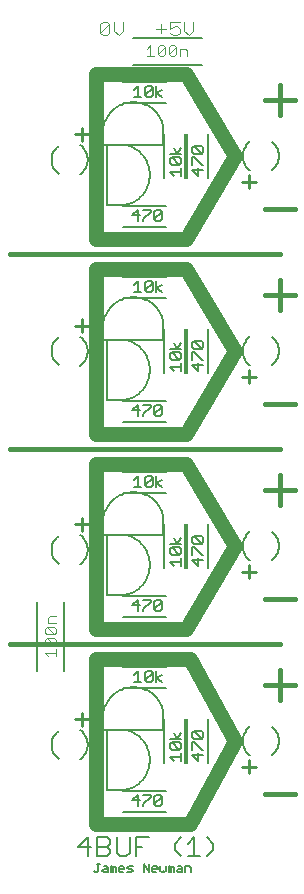
<source format=gto>
G04 Output by ViewMate Deluxe V11.0.9  PentaLogix LLC*
G04 Wed Apr 16 07:32:27 2014*
%FSLAX33Y33*%
%MOMM*%
%IPPOS*%
%ADD15C,0.127*%
%ADD17C,0.254*%
%ADD105C,0.4064*%
%ADD106C,0.1016*%
%ADD107C,0.1524*%
%ADD109C,1.27*%

%LPD*%
X0Y0D2*D15*G1X12835Y8095D2*X12835Y7938D1*X17148Y46639D2*X17775Y46639D1*X17148Y47267D2*X17775Y47267D1*X17932Y47109*X17932Y46797*X17775Y46639*X17148Y47267*X16993Y47109*X16993Y46797*X17148Y46639*X17932Y45237D2*X16993Y45237D1*X17775Y45705D2*X17932Y45705D1*X16993Y45237D2*X17462Y44768D1*X16993Y45705D2*X16993Y46330D1*X17148Y46330*X17775Y45705*X17462Y44768D2*X17462Y45395D1*X17775Y29195D2*X17932Y29195D1*X17148Y30129D2*X17775Y30129D1*X17148Y30757D2*X17775Y30757D1*X17932Y30599*X17932Y30287*X17775Y30129*X17148Y30757*X16993Y30599*X16993Y30287*X17148Y30129*X17932Y28727D2*X16993Y28727D1*X17462Y28258*X16993Y29195D2*X16993Y29820D1*X17148Y29820*X17775Y29195*X17462Y28258D2*X17462Y28885D1*X17148Y14247D2*X16993Y14089D1*X16993Y13777*X17148Y13619*X17775Y13619*X17932Y13777*X17932Y14089*X17775Y14247*X17148Y14247*X17775Y13619*X17932Y12685D2*X17775Y12685D1*X16993Y12217D2*X17932Y12217D1*X16993Y12685D2*X16993Y13310D1*X17148Y13310*X17775Y12685*X17462Y12375D2*X17462Y11748D1*X16993Y12217*X13462Y8722D2*X13462Y8880D1*X12835Y8880*X12370Y7938D2*X12370Y8880D1*X11900Y8407*X12527Y8407*X13462Y8722D2*X12835Y8095D1*X13772Y8095D2*X13772Y8722D1*X13927Y8880*X14242Y8880*X14399Y8722D2*X14399Y8095D1*X14242Y7938*X13927Y7938*X13772Y8095*X14399Y8722*X14242Y8880*X15400Y11748D2*X15088Y12062D1*X16027Y12062*X16027Y12375D2*X16027Y11748D1*X15870Y12685D2*X16027Y12840D1*X16027Y13155*X15870Y13310*X15243Y13310*X15870Y12685*X15243Y12685*X15088Y12840*X15088Y13155*X15243Y13310*X16027Y13619D2*X15088Y13619D1*X16027Y14089D2*X15715Y13619D1*X15400Y14089*X14397Y18415D2*X13927Y18730D1*X14397Y19042*X13927Y19357D2*X13927Y18415D1*X13462Y19357D2*X13619Y19200D1*X12055Y19042D2*X12370Y19357D1*X12370Y18415*X12682Y18415D2*X12055Y18415D1*X12992Y18572D2*X13147Y18415D1*X13462Y18415*X13619Y18572*X13619Y19200*X12992Y18572*X12992Y19200*X13147Y19357*X13462Y19357*X13462Y25232D2*X12835Y24605D1*X12835Y24448*X12370Y24448D2*X12370Y25390D1*X11900Y24917*X12527Y24917*X12835Y25390D2*X13462Y25390D1*X13462Y25232*X13772Y24605D2*X13772Y25232D1*X13927Y25390*X14242Y25390*X14399Y25232D2*X14399Y24605D1*X14242Y24448*X13927Y24448*X13772Y24605*X14399Y25232*X14242Y25390*X15400Y28258D2*X15088Y28572D1*X16027Y28572*X16027Y28885D2*X16027Y28258D1*X15870Y29195D2*X16027Y29350D1*X16027Y29665*X15870Y29820*X15243Y29820*X15870Y29195*X15243Y29195*X15088Y29350*X15088Y29665*X15243Y29820*X16027Y30129D2*X15088Y30129D1*X16027Y30599D2*X15715Y30129D1*X15400Y30599*X14397Y34925D2*X13927Y35240D1*X14397Y35552*X13927Y35867D2*X13927Y34925D1*X13462Y35867D2*X13619Y35710D1*X12055Y35552D2*X12370Y35867D1*X12370Y34925*X12682Y34925D2*X12055Y34925D1*X12992Y35082D2*X13147Y34925D1*X13462Y34925*X13619Y35082*X13619Y35710*X12992Y35082*X12992Y35710*X13147Y35867*X13462Y35867*X13462Y41742D2*X12835Y41115D1*X12835Y40958*X12370Y40958D2*X12370Y41900D1*X11900Y41427*X12527Y41427*X12835Y41900D2*X13462Y41900D1*X13462Y41742*X13772Y41115D2*X13772Y41742D1*X13927Y41900*X14242Y41900*X14399Y41742D2*X14399Y41115D1*X14242Y40958*X13927Y40958*X13772Y41115*X14399Y41742*X14242Y41900*X15400Y44768D2*X15088Y45082D1*X16027Y45082*X16027Y45395D2*X16027Y44768D1*X15870Y45705D2*X16027Y45860D1*X16027Y46175*X15870Y46330*X15243Y46330*X15870Y45705*X15243Y45705*X15088Y45860*X15088Y46175*X15243Y46330*X16027Y46639D2*X15088Y46639D1*X16027Y47109D2*X15715Y46639D1*X15400Y47109*X14397Y51435D2*X13927Y51750D1*X14397Y52062*X13927Y52377D2*X13927Y51435D1*X13619Y52220D2*X13462Y52377D1*X13147Y52377*X12992Y52220*X12992Y51592*X13147Y51435*X13462Y51435*X13619Y51592*X13619Y52220*X12992Y51592*X12682Y51435D2*X12055Y51435D1*X12370Y51435D2*X12370Y52377D1*X12055Y52062*X12055Y68572D2*X12370Y68887D1*X12370Y67945*X12682Y67945D2*X12055Y67945D1*X12992Y68102D2*X12992Y68730D1*X13147Y68887*X13462Y68887*X13619Y68730*X13619Y68102D2*X13462Y67945D1*X13147Y67945*X12992Y68102*X13619Y68730*X13619Y68102*X13927Y68887D2*X13927Y67945D1*X14397Y68572D2*X13927Y68260D1*X14397Y67945*X16993Y62215D2*X16993Y62840D1*X17148Y62840*X17462Y61905D2*X17462Y61278D1*X16993Y61747*X17932Y61747*X17932Y62215D2*X17775Y62215D1*X17148Y62840*X17775Y63149D2*X17148Y63149D1*X16993Y63307*X16993Y63619*X17148Y63777D2*X17775Y63777D1*X17932Y63619*X17932Y63307*X17775Y63149*X17148Y63777*X16993Y63619*X15400Y63619D2*X15715Y63149D1*X16027Y63619*X15088Y63149D2*X16027Y63149D1*X15243Y62840D2*X15088Y62685D1*X15088Y62370*X15243Y62215*X15870Y62215*X16027Y62370*X16027Y62685*X15870Y62840*X15243Y62840*X15870Y62215*X16027Y61905D2*X16027Y61278D1*X16027Y61592D2*X15088Y61592D1*X15400Y61278*X14399Y58252D2*X14242Y58410D1*X13927Y58410*X13772Y58252*X13772Y57625*X13927Y57468*X14242Y57468*X14399Y57625*X14399Y58252*X13772Y57625*X12370Y58410D2*X12370Y57468D1*X12835Y58410D2*X13462Y58410D1*X13462Y58252*X12835Y57625*X12835Y57468*X12527Y57937D2*X11900Y57937D1*X12370Y58410*X8900Y3043D2*X9135Y3043D1*X9018Y3043D2*X9018Y2462D1*X8900Y2345*X8786Y2345*X8668Y2462*X9370Y2462D2*X9488Y2580D1*X9837Y2580*X9837Y2694D2*X9837Y2345D1*X9488Y2345*X9370Y2462*X9488Y2812D2*X9719Y2812D1*X9837Y2694*X10072Y2812D2*X10189Y2812D1*X10304Y2694*X10421Y2812*X10538Y2694*X10538Y2345*X10304Y2345D2*X10304Y2694D1*X10072Y2812D2*X10072Y2345D1*X10773Y2462D2*X10773Y2694D1*X10891Y2812*X11123Y2812*X11240Y2694*X11240Y2580*X10773Y2580*X10773Y2462D2*X10891Y2345D1*X11123Y2345*X11475Y2345D2*X11824Y2345D1*X11942Y2462*X11824Y2580*X11593Y2580*X11475Y2694*X11593Y2812*X11942Y2812*X12878Y2345D2*X12878Y3043D1*X13345Y2345*X13345Y3043*X13580Y2462D2*X13580Y2694D1*X13698Y2812*X13929Y2812*X14047Y2694*X14047Y2580*X13580Y2580*X13580Y2462D2*X13698Y2345D1*X13929Y2345*X14282Y2462D2*X14399Y2345D1*X14514Y2462*X14631Y2345*X14749Y2462*X14749Y2812*X14983Y2812D2*X15101Y2812D1*X15215Y2694*X15333Y2812*X15450Y2694*X15450Y2345*X15215Y2345D2*X15215Y2694D1*X14983Y2812D2*X14983Y2345D1*X15685Y2462D2*X15803Y2580D1*X16152Y2580*X16152Y2694D2*X16152Y2345D1*X15803Y2345*X15685Y2462*X15803Y2812D2*X16034Y2812D1*X16152Y2694*X16387Y2812D2*X16736Y2812D1*X16854Y2694*X16387Y2345D2*X16387Y2812D1*X14282Y2812D2*X14282Y2462D1*X16854Y2694D2*X16854Y2345D1*X9462Y65430D2*X9497Y65585D1*X9543Y65735*X9596Y65885*X9660Y66030*X9731Y66170*X9812Y66307*X9901Y66439*X9997Y66563*X10099Y66683*X10211Y66794*X10328Y66901*X10452Y67000*X10582Y67089*X10716Y67173*X10856Y67246*X11001Y67313*X11148Y67368*X11298Y67417*X11453Y67455*X11608Y67483*X11765Y67503*X11923Y67513*X12080Y67513*X12238Y67503*X12395Y67483*X12550Y67455*X12705Y67417*X12855Y67368*X13002Y67313*X13147Y67246*X13287Y67173*X13421Y67089*X13551Y67000*X13675Y66901*X13792Y66794*X13904Y66683*X14006Y66563*X14102Y66439*X14191Y66307*X14272Y66170*X14343Y66030*X14407Y65885*X14460Y65735*X14506Y65585*X14542Y65430*X14542Y63906*X9462Y63906*X9462Y65430*X9779Y58826D2*X9779Y63906D1*X11303Y63906*X11458Y63871*X11608Y63825*X11758Y63772*X11902Y63708*X12042Y63637*X12179Y63556*X12311Y63467*X12436Y63370*X12555Y63269*X12667Y63157*X12774Y63040*X12873Y62916*X12962Y62786*X13045Y62652*X13119Y62512*X13185Y62367*X13241Y62220*X13289Y62070*X13327Y61915*X13355Y61760*X13376Y61603*X13386Y61445*X13386Y61288*X13376Y61130*X13355Y60973*X13327Y60818*X13289Y60663*X13241Y60513*X13185Y60366*X13119Y60221*X13045Y60081*X12962Y59947*X12873Y59817*X12774Y59693*X12667Y59576*X12555Y59464*X12436Y59362*X12311Y59266*X12179Y59177*X12042Y59096*X11902Y59025*X11758Y58961*X11608Y58908*X11458Y58862*X11303Y58826*X9779Y58826*X9779Y14376D2*X9779Y9296D1*X11303Y9296*X11458Y9332*X11608Y9378*X11758Y9431*X11902Y9495*X12042Y9566*X12179Y9647*X12311Y9736*X12436Y9832*X12555Y9934*X12667Y10046*X12774Y10163*X12873Y10287*X12962Y10417*X13045Y10551*X13119Y10691*X13185Y10836*X13241Y10983*X13289Y11133*X13327Y11288*X13355Y11443*X13376Y11600*X13386Y11758*X13386Y11915*X13376Y12073*X13355Y12230*X13327Y12385*X13289Y12540*X13241Y12690*X13185Y12837*X13119Y12982*X13045Y13122*X12962Y13256*X12873Y13386*X12774Y13510*X12667Y13627*X12555Y13739*X12436Y13840*X12311Y13937*X12179Y14026*X12042Y14107*X11902Y14178*X11758Y14242*X11608Y14295*X11458Y14341*X11303Y14376*X9779Y14376*X9462Y15900D2*X9497Y16055D1*X9543Y16205*X9596Y16355*X9660Y16500*X9731Y16640*X9812Y16777*X9901Y16909*X9997Y17033*X10099Y17153*X10211Y17264*X10328Y17371*X10452Y17470*X10582Y17559*X10716Y17643*X10856Y17716*X11001Y17783*X11148Y17838*X11298Y17887*X11453Y17925*X11608Y17953*X11765Y17973*X11923Y17983*X12080Y17983*X12238Y17973*X12395Y17953*X12550Y17925*X12705Y17887*X12855Y17838*X13002Y17783*X13147Y17716*X13287Y17643*X13421Y17559*X13551Y17470*X13675Y17371*X13792Y17264*X13904Y17153*X14006Y17033*X14102Y16909*X14191Y16777*X14272Y16640*X14343Y16500*X14407Y16355*X14460Y16205*X14506Y16055*X14542Y15900*X14542Y14376*X9462Y14376*X9462Y15900*X9779Y30886D2*X9779Y25806D1*X11303Y25806*X11458Y25842*X11608Y25888*X11758Y25941*X11902Y26005*X12042Y26076*X12179Y26157*X12311Y26246*X12436Y26342*X12555Y26444*X12667Y26556*X12774Y26673*X12873Y26797*X12962Y26927*X13045Y27061*X13119Y27201*X13185Y27346*X13241Y27493*X13289Y27643*X13327Y27798*X13355Y27953*X13376Y28110*X13386Y28268*X13386Y28425*X13376Y28583*X13355Y28740*X13327Y28895*X13289Y29050*X13241Y29200*X13185Y29347*X13119Y29492*X13045Y29632*X12962Y29766*X12873Y29896*X12774Y30020*X12667Y30137*X12555Y30249*X12436Y30350*X12311Y30447*X12179Y30536*X12042Y30617*X11902Y30688*X11758Y30752*X11608Y30805*X11458Y30851*X11303Y30886*X9779Y30886*X9462Y32410D2*X9497Y32565D1*X9543Y32715*X9596Y32865*X9660Y33010*X9731Y33150*X9812Y33287*X9901Y33419*X9997Y33543*X10099Y33663*X10211Y33774*X10328Y33881*X10452Y33980*X10582Y34069*X10716Y34153*X10856Y34226*X11001Y34293*X11148Y34348*X11298Y34397*X11453Y34435*X11608Y34463*X11765Y34483*X11923Y34493*X12080Y34493*X12238Y34483*X12395Y34463*X12550Y34435*X12705Y34397*X12855Y34348*X13002Y34293*X13147Y34226*X13287Y34153*X13421Y34069*X13551Y33980*X13675Y33881*X13792Y33774*X13904Y33663*X14006Y33543*X14102Y33419*X14191Y33287*X14272Y33150*X14343Y33010*X14407Y32865*X14460Y32715*X14506Y32565*X14542Y32410*X14542Y30886*X9462Y30886*X9462Y32410*X11303Y42316D2*X11458Y42352D1*X11608Y42398*X11758Y42451*X11902Y42515*X12042Y42586*X12179Y42667*X12311Y42756*X12436Y42852*X12555Y42954*X12667Y43066*X12774Y43183*X12873Y43307*X12962Y43437*X13045Y43571*X13119Y43711*X13185Y43856*X13241Y44003*X13289Y44153*X13327Y44308*X13355Y44463*X13376Y44620*X13386Y44778*X13386Y44935*X13376Y45093*X13355Y45250*X13327Y45405*X13289Y45560*X13241Y45710*X13185Y45857*X13119Y46002*X13045Y46142*X12962Y46276*X12873Y46406*X12774Y46530*X12667Y46647*X12555Y46759*X12436Y46860*X12311Y46957*X12179Y47046*X12042Y47127*X11902Y47198*X11758Y47262*X11608Y47315*X11458Y47361*X11303Y47396*X9779Y47396D2*X9779Y42316D1*X11303Y42316*X14542Y48920D2*X14506Y49075D1*X14460Y49225*X14407Y49375*X14343Y49520*X14272Y49660*X14191Y49797*X14102Y49929*X14006Y50053*X13904Y50173*X13792Y50284*X13675Y50391*X13551Y50490*X13421Y50579*X13287Y50663*X13147Y50736*X13002Y50803*X12855Y50858*X12705Y50907*X12550Y50945*X12395Y50973*X12238Y50993*X12080Y51003*X11923Y51003*X11765Y50993*X11608Y50973*X11453Y50945*X11298Y50907*X11148Y50858*X11001Y50803*X10856Y50736*X10716Y50663*X10582Y50579*X10452Y50490*X10328Y50391*X10211Y50284*X10099Y50173*X9997Y50053*X9901Y49929*X9812Y49797*X9731Y49660*X9660Y49520*X9596Y49375*X9543Y49225*X9497Y49075*X9462Y48920*X9779Y47396D2*X11303Y47396D1*X9462Y48920D2*X9462Y47396D1*X14542Y47396*X14542Y48920*D17*X21780Y61366D2*X21780Y60223D1*X21209Y60795D2*X22352Y60795D1*X7048Y64795D2*X8192Y64795D1*X7620Y64224D2*X7620Y65367D1*X7048Y48603D2*X8192Y48603D1*X7620Y48031D2*X7620Y49174D1*X7048Y31775D2*X8192Y31775D1*X7620Y31204D2*X7620Y32347D1*X7620Y14694D2*X7620Y15837D1*X8192Y15265D2*X7048Y15265D1*X22352Y11265D2*X21209Y11265D1*X21780Y11836D2*X21780Y10693D1*X22352Y27775D2*X21209Y27775D1*X21780Y28346D2*X21780Y27203D1*X21780Y44856D2*X21780Y43713D1*X21209Y44285D2*X22352Y44285D1*D105*X25654Y8979D2*X23114Y8979D1*X23114Y34696D2*X25654Y34696D1*X25654Y41999D2*X23114Y41999D1*X23114Y67716D2*X25654Y67716D1*X24384Y66446D2*X24384Y68986D1*X25654Y58509D2*X23114Y58509D1*X23114Y51206D2*X25654Y51206D1*X24384Y52476D2*X24384Y49936D1*X1524Y54699D2*X24384Y54699D1*X24384Y38189D2*X1524Y38189D1*X24384Y33426D2*X24384Y35966D1*X25654Y25489D2*X23114Y25489D1*X23114Y18186D2*X25654Y18186D1*X24384Y19456D2*X24384Y16916D1*X1524Y21679D2*X24384Y21679D1*D106*X9195Y73360D2*X9195Y74140D1*X9390Y74336*X9779Y74336*X9975Y74140*X9195Y73360*X9390Y73165*X9779Y73165*X9975Y73360*X9975Y74140*X10363Y74336D2*X10363Y73556D1*X10754Y73165*X11143Y73556*X11143Y74336*X14346Y73360D2*X14346Y74140D1*X14737Y73749D2*X13957Y73749D1*X15126Y73360D2*X15321Y73165D1*X15712Y73165*X15905Y73360*X15905Y73749*X15712Y73944*X15517Y73944*X15126Y73749*X15126Y74336*X15905Y74336*X16297Y74336D2*X16297Y73556D1*X16685Y73165*X17076Y74336D2*X17076Y73556D1*X16685Y73165*X16548Y71450D2*X16548Y71907D1*X16396Y72060*X15938Y72060*X15938Y71450*X15613Y72212D2*X15461Y72367D1*X15156Y72367*X15004Y72212*X15004Y71603D2*X15156Y71450D1*X15461Y71450*X15613Y71603*X15613Y72212*X15004Y71603*X15004Y72212*X14679Y72212D2*X14524Y72367D1*X14219Y72367*X14067Y72212*X14067Y71603D2*X14219Y71450D1*X14524Y71450*X14679Y71603*X14679Y72212*X14067Y71603*X14067Y72212*X13132Y72060D2*X13437Y72367D1*X13437Y71450*X13132Y71450D2*X13741Y71450D1*X5258Y21524D2*X4648Y21524D1*X4648Y22459D2*X5258Y22459D1*X5410Y23393D2*X4801Y23393D1*X5410Y24003D2*X4953Y24003D1*X4801Y23851*X4801Y23393*X4648Y23068D2*X5258Y23068D1*X5410Y22916*X5410Y22611*X5258Y22459*X4648Y23068*X4496Y22916*X4496Y22611*X4648Y22459*X4648Y22134D2*X5258Y22134D1*X5410Y21981*X5410Y21676*X5258Y21524*X4648Y22134*X4496Y21981*X4496Y21676*X4648Y21524*X4801Y20587D2*X4496Y20892D1*X5410Y20892*X5410Y20587D2*X5410Y21196D1*D107*X5669Y61432D2*X5580Y61509D1*X5497Y61587*X5420Y61676*X5352Y61768*X5291Y61864*X5235Y61966*X5189Y62073*X5149Y62182*X5118Y62294*X5098Y62405*X5085Y62522*X5080Y62636*X7518Y63856D2*X7610Y63782D1*X7696Y63701*X7775Y63612*X7846Y63520*X7910Y63421*X7968Y63317*X8016Y63210*X8057Y63101*X8087Y62987*X8110Y62870*X8123Y62753*X8128Y62636*X7490Y61397D2*X7584Y61471D1*X7673Y61552*X7757Y61641*X7833Y61735*X7899Y61834*X7958Y61938*X8011Y62050*X8052Y62161*X8085Y62278*X8108Y62395*X8123Y62517*X8128Y62636*X5669Y63840D2*X5580Y63764D1*X5497Y63685*X5420Y63597*X5352Y63505*X5291Y63409*X5235Y63307*X5189Y63200*X5149Y63091*X5118Y62979*X5098Y62868*X5085Y62751*X5080Y62636*X5669Y45240D2*X5580Y45316D1*X5497Y45395*X5420Y45484*X5352Y45575*X5291Y45672*X5235Y45773*X5189Y45880*X5149Y45989*X5118Y46101*X5098Y46213*X5085Y46330*X5080Y46444*X7518Y47663D2*X7610Y47589D1*X7696Y47508*X7775Y47419*X7846Y47328*X7910Y47229*X7968Y47125*X8016Y47018*X8057Y46909*X8087Y46794*X8110Y46678*X8123Y46561*X8128Y46444*X7490Y45204D2*X7584Y45278D1*X7673Y45359*X7757Y45448*X7833Y45542*X7899Y45641*X7958Y45745*X8011Y45857*X8052Y45969*X8085Y46086*X8108Y46203*X8123Y46325*X8128Y46444*X5669Y47648D2*X5580Y47572D1*X5497Y47493*X5420Y47404*X5352Y47313*X5291Y47216*X5235Y47114*X5189Y47008*X5149Y46899*X5118Y46787*X5098Y46675*X5085Y46558*X5080Y46444*X10589Y5286D2*X10589Y3929D1*X21882Y45225D2*X21791Y45298D1*X21704Y45380*X21626Y45469*X21554Y45560*X21491Y45659*X21433Y45763*X21384Y45870*X21344Y45979*X21313Y46093*X21290Y46210*X21278Y46327*X21272Y46444*X23731Y47648D2*X23820Y47572D1*X23904Y47493*X23980Y47404*X24049Y47313*X24110Y47216*X24166Y47114*X24211Y47008*X24252Y46899*X24282Y46787*X24303Y46675*X24315Y46558*X24320Y46444*X23731Y45240D2*X23820Y45316D1*X23904Y45395*X23980Y45484*X24049Y45575*X24110Y45672*X24166Y45773*X24211Y45880*X24252Y45989*X24282Y46101*X24303Y46213*X24315Y46330*X24320Y46444*X21910Y47683D2*X21816Y47610D1*X21727Y47528*X21643Y47440*X21567Y47346*X21501Y47247*X21443Y47142*X21389Y47031*X21349Y46919*X21316Y46802*X21293Y46685*X21278Y46563*X21272Y46444*X21882Y28715D2*X21791Y28788D1*X21704Y28870*X21626Y28959*X21554Y29050*X21491Y29149*X21433Y29253*X21384Y29360*X21344Y29469*X21313Y29583*X21290Y29700*X21278Y29817*X21272Y29934*X23731Y31138D2*X23820Y31062D1*X23904Y30983*X23980Y30894*X24049Y30803*X24110Y30706*X24166Y30604*X24211Y30498*X24252Y30389*X24282Y30277*X24303Y30165*X24315Y30048*X24320Y29934*X23731Y28730D2*X23820Y28806D1*X23904Y28885*X23980Y28974*X24049Y29065*X24110Y29162*X24166Y29263*X24211Y29370*X24252Y29479*X24282Y29591*X24303Y29703*X24315Y29820*X24320Y29934*X21910Y31173D2*X21816Y31100D1*X21727Y31018*X21643Y30930*X21567Y30836*X21501Y30737*X21443Y30632*X21389Y30521*X21349Y30409*X21316Y30292*X21293Y30175*X21278Y30053*X21272Y29934*X21882Y12205D2*X21791Y12278D1*X21704Y12360*X21626Y12449*X21554Y12540*X21491Y12639*X21433Y12743*X21384Y12850*X21344Y12959*X21313Y13073*X21290Y13190*X21278Y13307*X21272Y13424*X23731Y14628D2*X23820Y14552D1*X23904Y14473*X23980Y14384*X24049Y14293*X24110Y14196*X24166Y14094*X24211Y13988*X24252Y13879*X24282Y13767*X24303Y13655*X24315Y13538*X24320Y13424*X23731Y12220D2*X23820Y12296D1*X23904Y12375*X23980Y12464*X24049Y12555*X24110Y12652*X24166Y12753*X24211Y12860*X24252Y12969*X24282Y13081*X24303Y13193*X24315Y13310*X24320Y13424*X21910Y14663D2*X21816Y14590D1*X21727Y14508*X21643Y14420*X21567Y14326*X21501Y14227*X21443Y14122*X21389Y14011*X21349Y13899*X21316Y13782*X21293Y13665*X21278Y13543*X21272Y13424*X18230Y3658D2*X18773Y4201D1*X18773Y4742*X18230Y5286*X16591Y4742D2*X17135Y5286D1*X17135Y3658*X16591Y3658D2*X17676Y3658D1*X16043Y3658D2*X15502Y4201D1*X15502Y4742*X16043Y5286*X16383Y15265D2*X16383Y11582D1*X16510Y11582D2*X16510Y15265D1*X18288Y15265D2*X18288Y11582D1*X18288Y31775D2*X18288Y28092D1*X16510Y28092D2*X16510Y31775D1*X16383Y31775D2*X16383Y28092D1*X16383Y48285D2*X16383Y44602D1*X16510Y44602D2*X16510Y48285D1*X18288Y48285D2*X18288Y44602D1*X23731Y64158D2*X23820Y64082D1*X23904Y64003*X23980Y63914*X24049Y63823*X24110Y63726*X24166Y63624*X24211Y63518*X24252Y63409*X24282Y63297*X24303Y63185*X24315Y63068*X24320Y62954*X21882Y61735D2*X21791Y61808D1*X21704Y61890*X21626Y61979*X21554Y62070*X21491Y62169*X21433Y62273*X21384Y62380*X21344Y62489*X21313Y62603*X21290Y62720*X21278Y62837*X21272Y62954*X21910Y64193D2*X21816Y64120D1*X21727Y64038*X21643Y63950*X21567Y63856*X21501Y63757*X21443Y63652*X21389Y63541*X21349Y63429*X21316Y63312*X21293Y63195*X21278Y63073*X21272Y62954*X23731Y61750D2*X23820Y61826D1*X23904Y61905*X23980Y61994*X24049Y62085*X24110Y62182*X24166Y62283*X24211Y62390*X24252Y62499*X24282Y62611*X24303Y62723*X24315Y62840*X24320Y62954*X11938Y72987D2*X17780Y72987D1*X17780Y70701D2*X11938Y70701D1*X18288Y64795D2*X18288Y61112D1*X16510Y61112D2*X16510Y64795D1*X16383Y64795D2*X16383Y61112D1*X11112Y69240D2*X14796Y69240D1*X14796Y67462D2*X11112Y67462D1*X14605Y61112D2*X14605Y64795D1*X11112Y58763D2*X14796Y58763D1*X14796Y56985D2*X11112Y56985D1*X11112Y52730D2*X14796Y52730D1*X14796Y50952D2*X11112Y50952D1*X14605Y44602D2*X14605Y48285D1*X11112Y42253D2*X14796Y42253D1*X14796Y40475D2*X11112Y40475D1*X11112Y36220D2*X14796Y36220D1*X14796Y34442D2*X11112Y34442D1*X14605Y28092D2*X14605Y31775D1*X11112Y25743D2*X14796Y25743D1*X14796Y23965D2*X11112Y23965D1*X11112Y19710D2*X14796Y19710D1*X14796Y17932D2*X11112Y17932D1*X14605Y11582D2*X14605Y15265D1*X11112Y9233D2*X14796Y9233D1*X14796Y7455D2*X11112Y7455D1*X12228Y5286D2*X13312Y5286D1*X12228Y4470D2*X12769Y4470D1*X12228Y5286D2*X12228Y3658D1*X11674Y5286D2*X11674Y3929D1*X11402Y3658*X10861Y3658*X10589Y3929*X9766Y4470D2*X10038Y4742D1*X10038Y5014*X9766Y5286*X8954Y5286*X8954Y4470D2*X9766Y4470D1*X10038Y4201*X10038Y3929*X9766Y3658*X8954Y3658*X8954Y5286*X8128Y3658D2*X8128Y5286D1*X8400Y4470D2*X7315Y4470D1*X8128Y5286*X3874Y25235D2*X3874Y19393D1*X5669Y28412D2*X5580Y28489D1*X5497Y28567*X5420Y28656*X5352Y28748*X5291Y28844*X5235Y28946*X5189Y29053*X5149Y29162*X5118Y29274*X5098Y29385*X5085Y29502*X5080Y29616*X7518Y30836D2*X7610Y30762D1*X7696Y30681*X7775Y30592*X7846Y30500*X7910Y30401*X7968Y30297*X8016Y30190*X8057Y30081*X8087Y29967*X8110Y29850*X8123Y29733*X8128Y29616*X7490Y28377D2*X7584Y28451D1*X7673Y28532*X7757Y28621*X7833Y28715*X7899Y28814*X7958Y28918*X8011Y29030*X8052Y29141*X8085Y29258*X8108Y29375*X8123Y29497*X8128Y29616*X5669Y30820D2*X5580Y30744D1*X5497Y30665*X5420Y30577*X5352Y30485*X5291Y30389*X5235Y30287*X5189Y30180*X5149Y30071*X5118Y29959*X5098Y29848*X5085Y29731*X5080Y29616*X6160Y19393D2*X6160Y25235D1*X8128Y13106D2*X8123Y12987D1*X8108Y12865*X8085Y12748*X8052Y12631*X8011Y12520*X7958Y12408*X7899Y12304*X7833Y12205*X7757Y12111*X7673Y12022*X7584Y11941*X7490Y11867*X5080Y13106D2*X5085Y12992D1*X5098Y12875*X5118Y12764*X5149Y12652*X5189Y12543*X5235Y12436*X5291Y12334*X5352Y12238*X5420Y12146*X5497Y12057*X5580Y11979*X5669Y11902*X8128Y13106D2*X8123Y13223D1*X8110Y13340*X8087Y13457*X8057Y13571*X8016Y13680*X7968Y13787*X7910Y13891*X7846Y13990*X7775Y14082*X7696Y14171*X7610Y14252*X7518Y14326*X5080Y13106D2*X5085Y13221D1*X5098Y13338*X5118Y13449*X5149Y13561*X5189Y13670*X5235Y13777*X5291Y13879*X5352Y13975*X5420Y14067*X5497Y14155*X5580Y14234*X5669Y14310*D109*X16446Y55969D2*X8826Y55969D1*X8826Y69621*X8826Y69939D2*X16446Y69939D1*X20574Y62954*X16446Y55969*X16446Y39459D2*X8826Y39459D1*X8826Y53429*X16446Y53429*X20574Y46444*X16446Y39459*X16446Y22949D2*X8826Y22949D1*X8826Y36919*X16446Y36919*X20574Y29934*X16446Y22949*X16764Y6439D2*X8826Y6439D1*X8826Y20409*X16764Y20409*X20574Y13424*X16764Y6439*X0Y0D2*M02*
</source>
